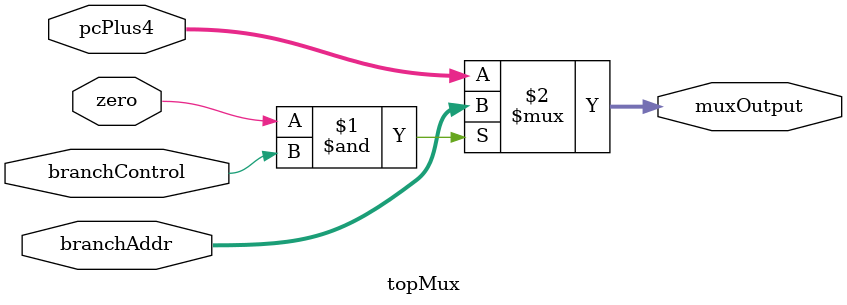
<source format=sv>
module topMux (
    input logic [31:0] pcPlus4,        // PC + 4
    input logic [31:0] branchAddr,     // Branch destination address
    input logic zero,                  // Zero output from ALU
    input logic branchControl,        // Branch control signal
    output logic [31:0] muxOutput
);
    assign muxOutput = (zero & branchControl) ? branchAddr : pcPlus4;
endmodule
</source>
